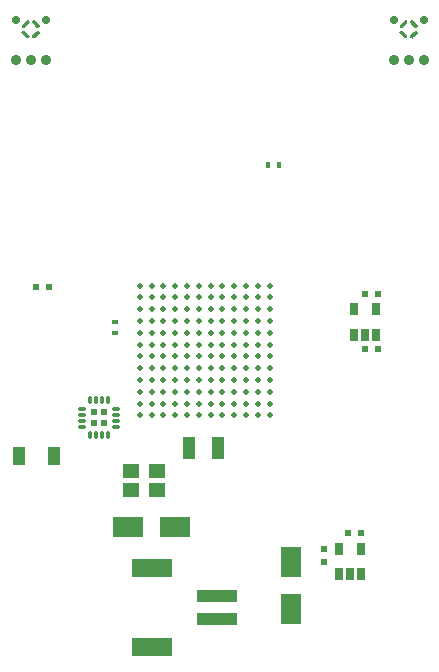
<source format=gbr>
G04 #@! TF.GenerationSoftware,KiCad,Pcbnew,(5.1.5)-3*
G04 #@! TF.CreationDate,2020-08-10T10:15:20+05:30*
G04 #@! TF.ProjectId,D_Tympan_DFMI_1.0,445f5479-6d70-4616-9e5f-44464d495f31,rev?*
G04 #@! TF.SameCoordinates,Original*
G04 #@! TF.FileFunction,Paste,Bot*
G04 #@! TF.FilePolarity,Positive*
%FSLAX46Y46*%
G04 Gerber Fmt 4.6, Leading zero omitted, Abs format (unit mm)*
G04 Created by KiCad (PCBNEW (5.1.5)-3) date 2020-08-10 10:15:20*
%MOMM*%
%LPD*%
G04 APERTURE LIST*
%ADD10C,0.300000*%
%ADD11C,0.500380*%
%ADD12R,1.000000X1.600000*%
%ADD13R,0.650000X1.060000*%
%ADD14R,0.600000X0.500000*%
%ADD15R,0.500000X0.600000*%
%ADD16R,0.400000X0.600000*%
%ADD17R,0.600000X0.400000*%
%ADD18R,1.100000X1.900000*%
%ADD19R,1.400000X1.200000*%
%ADD20R,2.500000X1.700000*%
%ADD21R,1.700000X2.500000*%
%ADD22O,0.300000X0.750000*%
%ADD23O,0.750000X0.300000*%
%ADD24R,0.540000X0.540000*%
%ADD25C,0.900000*%
%ADD26C,0.700000*%
%ADD27R,3.500000X1.000000*%
%ADD28R,3.400000X1.500000*%
G04 APERTURE END LIST*
D10*
X118465183Y-65241630D02*
G75*
G02X118100000Y-65600000I-615183J261630D01*
G01*
X117588370Y-65595183D02*
G75*
G02X117230000Y-65230000I261630J615183D01*
G01*
X117234817Y-64718370D02*
G75*
G02X117600000Y-64360000I615183J-261630D01*
G01*
X118111630Y-64364817D02*
G75*
G02X118470000Y-64730000I-261630J-615183D01*
G01*
X150465183Y-65241630D02*
G75*
G02X150100000Y-65600000I-615183J261630D01*
G01*
X149588370Y-65595183D02*
G75*
G02X149230000Y-65230000I261630J615183D01*
G01*
X149234817Y-64718370D02*
G75*
G02X149600000Y-64360000I615183J-261630D01*
G01*
X150111630Y-64364817D02*
G75*
G02X150470000Y-64730000I-261630J-615183D01*
G01*
D11*
X138075640Y-86664960D03*
X137074880Y-86664960D03*
X136074120Y-86664960D03*
X135075900Y-86664960D03*
X134075140Y-86664960D03*
X133074380Y-86664960D03*
X132076160Y-86664960D03*
X131075400Y-86664960D03*
X130074640Y-86664960D03*
X129073880Y-86664960D03*
X128075660Y-86664960D03*
X127074900Y-86664960D03*
X138075640Y-87665720D03*
X138075640Y-88666480D03*
X138075640Y-89664700D03*
X138075640Y-90665460D03*
X138075640Y-91666220D03*
X138075640Y-92664440D03*
X138075640Y-93665200D03*
X138075640Y-94665960D03*
X127074900Y-87665720D03*
X128075660Y-87665720D03*
X129073880Y-87665720D03*
X130074640Y-87665720D03*
X131075400Y-87665720D03*
X132076160Y-87665720D03*
X133074380Y-87665720D03*
X134075140Y-87665720D03*
X137074880Y-87665720D03*
X136074120Y-87665720D03*
X135075900Y-87665720D03*
X137074880Y-88666480D03*
X136074120Y-88666480D03*
X135075900Y-88666480D03*
X134075140Y-88666480D03*
X133074380Y-88666480D03*
X132076160Y-88666480D03*
X131075400Y-88666480D03*
X130074640Y-88666480D03*
X137074880Y-89664700D03*
X136074120Y-89664700D03*
X135075900Y-89664700D03*
X134075140Y-89664700D03*
X133074380Y-89664700D03*
X132076160Y-89664700D03*
X131075400Y-89664700D03*
X130074640Y-89664700D03*
X137074880Y-90665460D03*
X136074120Y-90665460D03*
X135075900Y-90665460D03*
X129073880Y-88666480D03*
X129073880Y-89664700D03*
X128075660Y-88666480D03*
X128075660Y-89664700D03*
X127074900Y-89664700D03*
X127074900Y-88666480D03*
X137074880Y-91666220D03*
X136074120Y-91666220D03*
X135075900Y-91666220D03*
X135075900Y-92664440D03*
X136074120Y-92664440D03*
X137074880Y-92664440D03*
X137074880Y-93665200D03*
X136074120Y-93665200D03*
X135075900Y-93665200D03*
X135075900Y-94665960D03*
X136074120Y-94665960D03*
X137074880Y-94665960D03*
X138075640Y-95666720D03*
X137074880Y-95666720D03*
X136074120Y-95666720D03*
X135075900Y-95666720D03*
X135075900Y-96664940D03*
X136074120Y-96664940D03*
X137074880Y-96664940D03*
X138075640Y-96664940D03*
X138075640Y-97665700D03*
X137074880Y-97665700D03*
X136074120Y-97665700D03*
X135075900Y-97665700D03*
X131075400Y-90665460D03*
X132076160Y-90665460D03*
X133074380Y-90665460D03*
X134075140Y-90665460D03*
X134075140Y-91666220D03*
X133074380Y-91666220D03*
X132076160Y-91666220D03*
X131075400Y-91666220D03*
X134075140Y-92664440D03*
X133074380Y-92664440D03*
X132076160Y-92664440D03*
X131075400Y-92664440D03*
X134075140Y-93665200D03*
X133074380Y-93665200D03*
X132076160Y-93665200D03*
X131075400Y-93665200D03*
X134075140Y-94665960D03*
X133074380Y-94665960D03*
X132076160Y-94665960D03*
X131075400Y-94665960D03*
X134075140Y-95666720D03*
X133074380Y-95666720D03*
X132076160Y-95666720D03*
X131075400Y-95666720D03*
X134075140Y-96664940D03*
X133074380Y-96664940D03*
X132076160Y-96664940D03*
X131075400Y-96664940D03*
X134075140Y-97665700D03*
X133074380Y-97665700D03*
X132076160Y-97665700D03*
X131075400Y-97665700D03*
X130074640Y-90665460D03*
X129073880Y-90665460D03*
X128075660Y-90665460D03*
X127074900Y-90665460D03*
X130074640Y-91666220D03*
X129073880Y-91666220D03*
X128075660Y-91666220D03*
X127074900Y-91666220D03*
X130074640Y-94665960D03*
X127074900Y-92664440D03*
X128075660Y-92664440D03*
X129073880Y-92664440D03*
X130074640Y-92664440D03*
X130074640Y-93665200D03*
X129073880Y-93665200D03*
X128075660Y-93665200D03*
X127074900Y-93665200D03*
X129073880Y-94665960D03*
X128075660Y-94665960D03*
X127074900Y-94665960D03*
X130074640Y-97665700D03*
X130074640Y-96664940D03*
X130074640Y-95666720D03*
X129073880Y-95666720D03*
X129073880Y-96664940D03*
X129073880Y-97665700D03*
X128075660Y-97665700D03*
X128075660Y-96664940D03*
X128075660Y-95666720D03*
X127074900Y-95666720D03*
X127074900Y-96664940D03*
X127074900Y-97665700D03*
D12*
X116860000Y-101070000D03*
X119860000Y-101070000D03*
D13*
X147100000Y-90830000D03*
X146150000Y-90830000D03*
X145200000Y-90830000D03*
X145200000Y-88630000D03*
X147100000Y-88630000D03*
D14*
X118320000Y-86750000D03*
X119420000Y-86750000D03*
X147250000Y-92080000D03*
X146150000Y-92080000D03*
D15*
X142700000Y-110030000D03*
X142700000Y-108930000D03*
D14*
X147250000Y-87355000D03*
X146150000Y-87355000D03*
D16*
X137960000Y-76450000D03*
X138860000Y-76450000D03*
D17*
X124975000Y-90655000D03*
X124975000Y-89755000D03*
D18*
X133740000Y-100420000D03*
X131240000Y-100420000D03*
D19*
X128550000Y-103955000D03*
X126350000Y-103955000D03*
X126350000Y-102355000D03*
X128550000Y-102355000D03*
D14*
X145850000Y-107630000D03*
X144750000Y-107630000D03*
D20*
X130100000Y-107130000D03*
X126100000Y-107130000D03*
D21*
X139850000Y-110080000D03*
X139850000Y-114080000D03*
D13*
X145850000Y-111130000D03*
X144900000Y-111130000D03*
X143950000Y-111130000D03*
X143950000Y-108930000D03*
X145850000Y-108930000D03*
D22*
X122875000Y-96380000D03*
X123375000Y-96380000D03*
X123875000Y-96380000D03*
X124375000Y-96380000D03*
D23*
X125100000Y-97105000D03*
X125100000Y-97605000D03*
X125100000Y-98105000D03*
X125100000Y-98605000D03*
D22*
X124375000Y-99330000D03*
X123875000Y-99330000D03*
X123375000Y-99330000D03*
X122875000Y-99330000D03*
D23*
X122150000Y-98605000D03*
X122150000Y-98105000D03*
X122150000Y-97605000D03*
X122150000Y-97105000D03*
D24*
X124075000Y-98305000D03*
X123175000Y-98305000D03*
X124075000Y-97405000D03*
X123175000Y-97405000D03*
D25*
X116585000Y-67596000D03*
X117850000Y-67596000D03*
X119115000Y-67596000D03*
D26*
X116585000Y-64190000D03*
X119115000Y-64190000D03*
D27*
X133650000Y-114930000D03*
X133650000Y-112930000D03*
D28*
X128100000Y-117280000D03*
X128100000Y-110580000D03*
D25*
X148585000Y-67596000D03*
X149850000Y-67596000D03*
X151115000Y-67596000D03*
D26*
X148585000Y-64190000D03*
X151115000Y-64190000D03*
M02*

</source>
